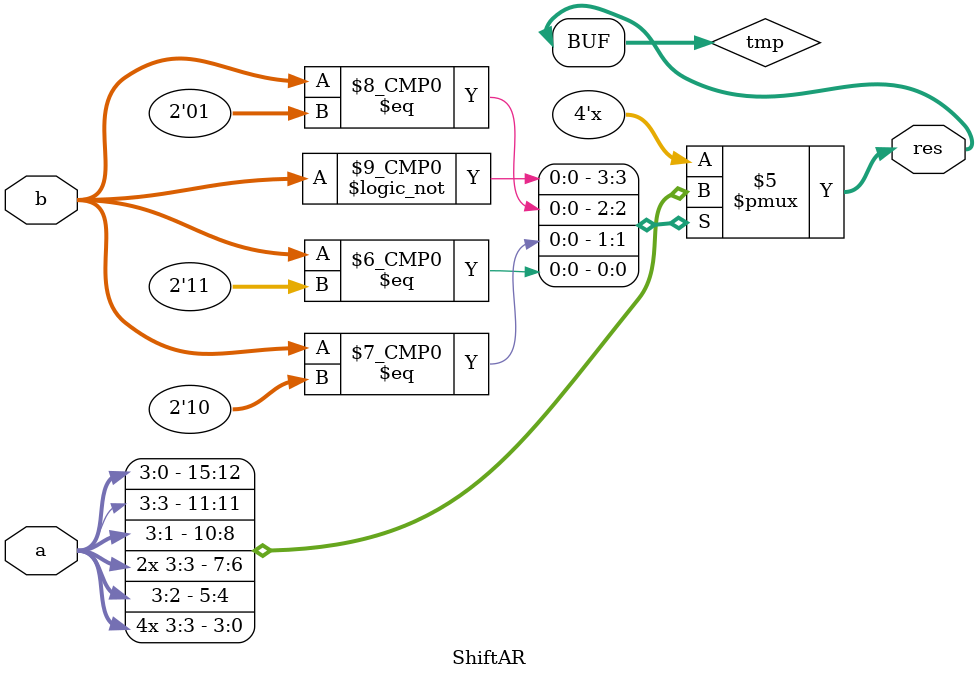
<source format=v>
`ifndef SHIFT_V_ 
`define SHIFT_V_ 

module ShiftL(
	input [3:0] a,
	input [1:0] b,
	output[3:0]  res
);
	reg [3:0] tmp;

	always @(*) begin 
		case (b) 
			2'b00 : tmp = a;
			2'b01 : tmp = a << 1;
			2'b10 : tmp = a << 2;
			2'b11 : tmp = a << 3;
		endcase
	end

	assign res = tmp;
endmodule

module ShiftHR(
	input [3:0] a,
	input [1:0] b,
	output[3:0]  res
);
	reg [3:0] tmp;

	always @(*) begin 
		case (b) 
			2'b00 : tmp = a;
			2'b01 : tmp = a >> 1;
			2'b10 : tmp = a >> 2;
			2'b11 : tmp = a >> 3;
		endcase
	end

	assign res = tmp;
endmodule

module ShiftAR(
	input [3:0] a,
	input [1:0] b,
	output[3:0]  res
);
	reg [3:0] tmp;

	always @(*) begin 
		case (b) 
			2'b00 : tmp = a;
			2'b01 : tmp = $signed(a) >>> 1;
			2'b10 : tmp = $signed(a) >>> 2;
			2'b11 : tmp = $signed(a) >>> 3;
		endcase
	end

	assign res = tmp;
endmodule

`endif
</source>
